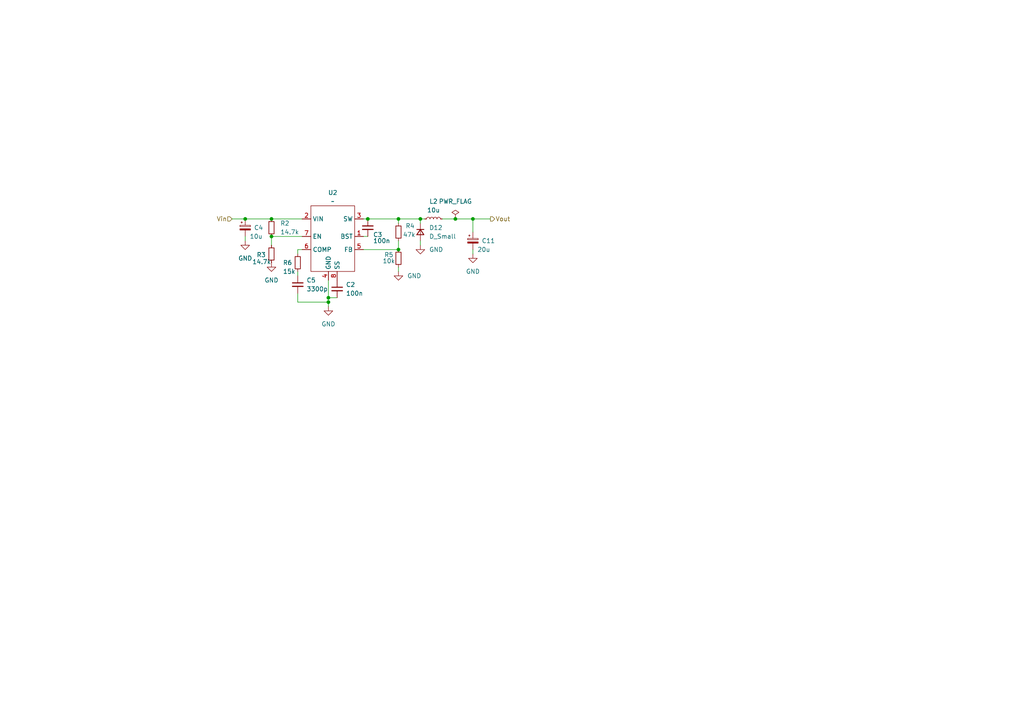
<source format=kicad_sch>
(kicad_sch (version 20231120) (generator "eeschema") (generator_version "8.0")
  (paper "A4")
  (lib_symbols
    (symbol "Custom:BD9327EFJ-LB"
      (property "Reference" "U2" (at 0 13.97 0))
      (property "Value" "~" (at 0 11.43 0))
      (symbol "BD9327EFJ-LB_0_1"
        (rectangle (start -6.35 10.16) (end 6.35 -8.89))
      )
      (symbol "BD9327EFJ-LB_1_1"
        (pin input line (at 8.89 1.27 180) (length 2.54) (name "BST") (number "1"))
        (pin input line (at -8.89 6.35 0) (length 2.54) (name "VIN") (number "2"))
        (pin input line (at 8.89 6.35 180) (length 2.54) (name "SW") (number "3"))
        (pin input line (at -1.27 -11.43 90) (length 2.54) (name "GND") (number "4"))
        (pin input line (at 8.89 -2.54 180) (length 2.54) (name "FB") (number "5"))
        (pin input line (at -8.89 -2.54 0) (length 2.54) (name "COMP") (number "6"))
        (pin input line (at -8.89 1.27 0) (length 2.54) (name "EN") (number "7"))
        (pin input line (at 1.27 -11.43 90) (length 2.54) (name "SS") (number "8"))
      )
    )
    (symbol "Device:C_Polarized_Small" (pin_numbers hide) (pin_names (offset 0.254) hide)
      (property "Reference" "C" (at 0.254 1.778 0))
      (property "Value" "C_Polarized_Small" (at 0.254 -2.032 0))
      (symbol "C_Polarized_Small_0_1"
        (rectangle (start -1.524 -0.3048) (end 1.524 -0.6858) (fill (type outline)))
        (rectangle (start -1.524 0.6858) (end 1.524 0.3048))
        (polyline (pts (xy -1.27 1.524) (xy -0.762 1.524)))
        (polyline (pts (xy -1.016 1.27) (xy -1.016 1.778)))
      )
      (symbol "C_Polarized_Small_1_1"
        (pin passive line (at 0 2.54 270) (length 1.8542) (name "~") (number "1"))
        (pin passive line (at 0 -2.54 90) (length 1.8542) (name "~") (number "2"))
      )
    )
    (symbol "Device:C_Small" (pin_numbers hide) (pin_names (offset 0.254) hide)
      (property "Reference" "C" (at 0.254 1.778 0))
      (property "Value" "C_Small" (at 0.254 -2.032 0))
      (symbol "C_Small_0_1"
        (polyline (pts (xy -1.524 -0.508) (xy 1.524 -0.508)) (stroke (width 0.3302)))
        (polyline (pts (xy -1.524 0.508) (xy 1.524 0.508)) (stroke (width 0.3048)))
      )
      (symbol "C_Small_1_1"
        (pin passive line (at 0 2.54 270) (length 2.032) (name "~") (number "1"))
        (pin passive line (at 0 -2.54 90) (length 2.032) (name "~") (number "2"))
      )
    )
    (symbol "Device:D_Small" (pin_numbers hide) (pin_names (offset 0.254) hide)
      (property "Reference" "D" (at -1.27 2.032 0))
      (property "Value" "D_Small" (at -3.81 -2.032 0))
      (symbol "D_Small_0_1"
        (polyline (pts (xy -0.762 -1.016) (xy -0.762 1.016)) (stroke (width 0.254)))
        (polyline (pts (xy -0.762 0) (xy 0.762 0)))
        (polyline (pts (xy 0.762 -1.016) (xy -0.762 0) (xy 0.762 1.016) (xy 0.762 -1.016)) (stroke (width 0.254)))
      )
      (symbol "D_Small_1_1"
        (pin passive line (at -2.54 0 0) (length 1.778) (name "K") (number "1"))
        (pin passive line (at 2.54 0 180) (length 1.778) (name "A") (number "2"))
      )
    )
    (symbol "Device:L_Small" (pin_numbers hide) (pin_names (offset 0.254) hide)
      (property "Reference" "L" (at 0.762 1.016 0))
      (property "Value" "L_Small" (at 0.762 -1.016 0))
      (symbol "L_Small_0_1"
        (arc (start 0 -2.032) (mid 0.5058 -1.524) (end 0 -1.016))
        (arc (start 0 -1.016) (mid 0.5058 -0.508) (end 0 0))
        (arc (start 0 0) (mid 0.5058 0.508) (end 0 1.016))
        (arc (start 0 1.016) (mid 0.5058 1.524) (end 0 2.032))
      )
      (symbol "L_Small_1_1"
        (pin passive line (at 0 2.54 270) (length 0.508) (name "~") (number "1"))
        (pin passive line (at 0 -2.54 90) (length 0.508) (name "~") (number "2"))
      )
    )
    (symbol "Device:R_Small" (pin_numbers hide) (pin_names (offset 0.254) hide)
      (property "Reference" "R" (at 0.762 0.508 0))
      (property "Value" "R_Small" (at 0.762 -1.016 0))
      (symbol "R_Small_0_1"
        (rectangle (start -0.762 1.778) (end 0.762 -1.778) (stroke (width 0.2032)))
      )
      (symbol "R_Small_1_1"
        (pin passive line (at 0 2.54 270) (length 0.762) (name "~") (number "1"))
        (pin passive line (at 0 -2.54 90) (length 0.762) (name "~") (number "2"))
      )
    )
    (symbol "power:GND" (power) (pin_names (offset 0))
      (property "Value" "GND" (at 0 -3.81 0))
      (symbol "GND_0_1"
        (polyline (pts (xy 0 0) (xy 0 -1.27) (xy 1.27 -1.27) (xy 0 -2.54) (xy -1.27 -1.27) (xy 0 -1.27)))
      )
      (symbol "GND_1_1"
        (pin power_in line (at 0 0 270) (length 0) hide (name "GND") (number "1"))
      )
    )
    (symbol "power:PWR_FLAG" (power) (pin_numbers hide) (pin_names (offset 0) hide)
      (property "Value" "PWR_FLAG" (at 0 3.81 0))
      (symbol "PWR_FLAG_0_0"
        (pin power_out line (at 0 0 90) (length 0) (name "pwr") (number "1"))
      )
      (symbol "PWR_FLAG_0_1"
        (polyline (pts (xy 0 0) (xy 0 1.27) (xy -1.016 1.905) (xy 0 2.54) (xy 1.016 1.905) (xy 0 1.27)))
      )
    )
  )
  (junction (at 137.16 63.5))
  (junction (at 95.25 86.36))
  (junction (at 132.08 63.5))
  (junction (at 121.92 63.5))
  (junction (at 115.57 72.39))
  (junction (at 95.25 87.63))
  (junction (at 78.74 68.58))
  (junction (at 106.68 63.5))
  (junction (at 78.74 63.5))
  (junction (at 71.12 63.5))
  (junction (at 115.57 63.5))
  (wire (pts (xy 121.92 71.12) (xy 121.92 69.85)))
  (wire (pts (xy 95.25 87.63) (xy 95.25 88.9)))
  (wire (pts (xy 105.41 68.58) (xy 106.68 68.58)))
  (wire (pts (xy 121.92 64.77) (xy 121.92 63.5)))
  (wire (pts (xy 105.41 72.39) (xy 115.57 72.39)))
  (wire (pts (xy 86.36 78.74) (xy 86.36 80.01)))
  (wire (pts (xy 86.36 72.39) (xy 87.63 72.39)))
  (wire (pts (xy 106.68 63.5) (xy 115.57 63.5)))
  (wire (pts (xy 86.36 85.09) (xy 86.36 87.63)))
  (wire (pts (xy 71.12 63.5) (xy 78.74 63.5)))
  (wire (pts (xy 115.57 77.47) (xy 115.57 78.74)))
  (wire (pts (xy 95.25 86.36) (xy 95.25 87.63)))
  (wire (pts (xy 95.25 81.28) (xy 95.25 86.36)))
  (wire (pts (xy 78.74 63.5) (xy 87.63 63.5)))
  (wire (pts (xy 86.36 87.63) (xy 95.25 87.63)))
  (wire (pts (xy 115.57 64.77) (xy 115.57 63.5)))
  (wire (pts (xy 78.74 71.12) (xy 78.74 68.58)))
  (wire (pts (xy 121.92 63.5) (xy 123.19 63.5)))
  (wire (pts (xy 137.16 73.66) (xy 137.16 72.39)))
  (wire (pts (xy 137.16 63.5) (xy 142.24 63.5)))
  (wire (pts (xy 105.41 63.5) (xy 106.68 63.5)))
  (wire (pts (xy 115.57 63.5) (xy 121.92 63.5)))
  (wire (pts (xy 71.12 68.58) (xy 71.12 69.85)))
  (wire (pts (xy 132.08 63.5) (xy 137.16 63.5)))
  (wire (pts (xy 67.31 63.5) (xy 71.12 63.5)))
  (wire (pts (xy 137.16 63.5) (xy 137.16 67.31)))
  (wire (pts (xy 78.74 68.58) (xy 87.63 68.58)))
  (wire (pts (xy 115.57 69.85) (xy 115.57 72.39)))
  (wire (pts (xy 97.79 86.36) (xy 95.25 86.36)))
  (wire (pts (xy 128.27 63.5) (xy 132.08 63.5)))
  (wire (pts (xy 86.36 73.66) (xy 86.36 72.39)))
  (hierarchical_label "Vin" (shape input) (at 67.31 63.5 180))
  (hierarchical_label "Vout" (shape output) (at 142.24 63.5 0))
  (symbol (lib_id "Device:R_Small") (at 78.74 73.66 0) (unit 1)
    (property "Reference" "R3" (at 74.422 73.914 0) (effects (justify left)))
    (property "Value" "14.7k" (at 73.152 75.946 0) (effects (justify left)))
    (property "Description" "Resistor, small symbol" (effects (hide yes)))
  )
  (symbol (lib_id "power:GND") (at 115.57 78.74 0) (unit 1)
    (property "Reference" "#PWR023" (effects (hide yes)))
    (property "Value" "GND" (at 118.11 80.0099 0) (effects (justify left)))
  )
  (symbol (lib_id "Device:C_Small") (at 106.68 66.04 0) (unit 1)
    (property "Reference" "C3" (at 108.204 68.072 0) (effects (justify left)))
    (property "Value" "100n" (at 108.204 69.85 0) (effects (justify left)))
    (property "Description" "Unpolarized capacitor, small symbol" (effects (hide yes)))
  )
  (symbol (lib_id "Device:R_Small") (at 115.57 74.93 0) (mirror y) (unit 1)
    (property "Reference" "R5" (at 112.776 73.914 0))
    (property "Value" "10k" (at 112.776 75.692 0))
    (property "Description" "Resistor, small symbol" (effects (hide yes)))
  )
  (symbol (lib_id "power:GND") (at 95.25 88.9 0) (unit 1)
    (property "Reference" "#PWR029" (effects (hide yes)))
    (property "Value" "GND" (at 95.25 93.98 0))
  )
  (symbol (lib_id "power:GND") (at 71.12 69.85 0) (unit 1)
    (property "Reference" "#PWR025" (effects (hide yes)))
    (property "Value" "GND" (at 71.12 74.93 0))
  )
  (symbol (lib_id "Device:C_Small") (at 97.79 83.82 0) (unit 1)
    (property "Reference" "C2" (at 100.33 82.5562 0) (effects (justify left)))
    (property "Value" "100n" (at 100.33 85.0962 0) (effects (justify left)))
    (property "Description" "Unpolarized capacitor, small symbol" (effects (hide yes)))
  )
  (symbol (lib_id "Device:C_Polarized_Small") (at 137.16 69.85 0) (unit 1)
    (property "Reference" "C11" (at 139.7 69.85 0) (effects (justify left)))
    (property "Value" "20u" (at 138.43 72.39 0) (effects (justify left)))
    (property "Footprint" "Capacitor_SMD:CP_Elec_4x5.4" (effects (hide yes)))
    (property "Datasheet" "https://www.we-online.com/components/products/datasheet/865060240001.pdf" (effects (hide yes)))
    (property "MPN" "865060240001" (effects (hide yes)))
    (property "Vmax" "10V" (effects (hide yes)))
  )
  (symbol (lib_id "Device:C_Polarized_Small") (at 71.12 66.04 0) (unit 1)
    (property "Reference" "C4" (at 73.66 66.04 0) (effects (justify left)))
    (property "Value" "10u" (at 72.39 68.58 0) (effects (justify left)))
    (property "Footprint" "Capacitor_SMD:CP_Elec_4x5.4" (effects (hide yes)))
    (property "MPN" "865060240001" (effects (hide yes)))
    (property "Vmax" "10V" (effects (hide yes)))
  )
  (symbol (lib_id "Device:L_Small") (at 125.73 63.5 90) (unit 1)
    (property "Reference" "L2" (at 125.73 58.42 90))
    (property "Value" "10u" (at 125.73 60.96 90))
    (property "Footprint" "Inductor_SMD:L_Changjiang_FNR8065S" (effects (hide yes)))
    (property "MPN" "74404084220" (effects (hide yes)))
  )
  (symbol (lib_id "power:GND") (at 137.16 73.66 0) (unit 1)
    (property "Reference" "#PWR026" (effects (hide yes)))
    (property "Value" "GND" (at 137.16 78.74 0))
  )
  (symbol (lib_id "Device:C_Small") (at 86.36 82.55 0) (unit 1)
    (property "Reference" "C5" (at 88.9 81.2862 0) (effects (justify left)))
    (property "Value" "3300p" (at 88.9 83.8262 0) (effects (justify left)))
    (property "Description" "Unpolarized capacitor, small symbol" (effects (hide yes)))
  )
  (symbol (lib_id "Device:R_Small") (at 78.74 66.04 0) (unit 1)
    (property "Reference" "R2" (at 81.28 64.7699 0) (effects (justify left)))
    (property "Value" "14.7k" (at 81.28 67.3099 0) (effects (justify left)))
    (property "Description" "Resistor, small symbol" (effects (hide yes)))
  )
  (symbol (lib_id "Device:R_Small") (at 115.57 67.31 0) (unit 1)
    (property "Reference" "R4" (at 117.602 65.532 0) (effects (justify left)))
    (property "Value" "47k" (at 116.84 68.072 0) (effects (justify left)))
    (property "Description" "Resistor, small symbol" (effects (hide yes)))
  )
  (symbol (lib_id "power:PWR_FLAG") (at 132.08 63.5 0) (unit 1)
    (property "Reference" "#FLG02" (effects (hide yes)))
    (property "Value" "PWR_FLAG" (at 132.08 58.42 0))
  )
  (symbol (lib_id "power:GND") (at 121.92 71.12 0) (unit 1)
    (property "Reference" "#PWR028" (effects (hide yes)))
    (property "Value" "GND" (at 124.46 72.3899 0) (effects (justify left)))
  )
  (symbol (lib_id "Device:D_Small") (at 121.92 67.31 270) (unit 1)
    (property "Reference" "D12" (at 124.46 66.0399 90) (effects (justify left)))
    (property "Value" "D_Small" (at 124.46 68.5799 90) (effects (justify left)))
    (property "Footprint" "Diode_SMD:D_0603_1608Metric_Pad1.05x0.95mm_HandSolder" (effects (hide yes)))
    (property "Description" "Diode, small symbol" (effects (hide yes)))
    (property "Sim.Device" "D" (effects (hide yes)))
    (property "Sim.Pins" "1=K 2=A" (effects (hide yes)))
  )
  (symbol (lib_id "Device:R_Small") (at 86.36 76.2 0) (unit 1)
    (property "Reference" "R6" (at 82.042 76.2 0) (effects (justify left)))
    (property "Value" "15k" (at 82.042 78.74 0) (effects (justify left)))
    (property "Description" "Resistor, small symbol" (effects (hide yes)))
  )
  (symbol (lib_id "Custom:BD9327EFJ-LB") (at 96.52 69.85 0) (unit 1)
    (property "Reference" "U2" (at 96.52 55.88 0))
    (property "Value" "~" (at 96.52 58.42 0))
  )
  (symbol (lib_id "power:GND") (at 78.74 76.2 0) (unit 1)
    (property "Reference" "#PWR022" (effects (hide yes)))
    (property "Value" "GND" (at 78.74 81.28 0))
  )
)
</source>
